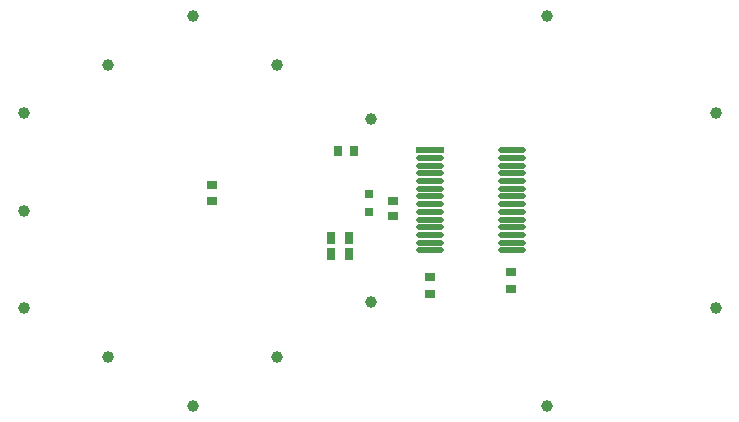
<source format=gbr>
G04*
G04 #@! TF.GenerationSoftware,Altium Limited,Altium Designer,25.8.1 (18)*
G04*
G04 Layer_Color=8421504*
%FSLAX44Y44*%
%MOMM*%
G71*
G04*
G04 #@! TF.SameCoordinates,DC2A109C-38F9-4662-A5C9-921089D2BF11*
G04*
G04*
G04 #@! TF.FilePolarity,Positive*
G04*
G01*
G75*
G04:AMPARAMS|DCode=18|XSize=1mm|YSize=1mm|CornerRadius=0.5mm|HoleSize=0mm|Usage=FLASHONLY|Rotation=90.000|XOffset=0mm|YOffset=0mm|HoleType=Round|Shape=RoundedRectangle|*
%AMROUNDEDRECTD18*
21,1,1.0000,0.0000,0,0,90.0*
21,1,0.0000,1.0000,0,0,90.0*
1,1,1.0000,0.0000,0.0000*
1,1,1.0000,0.0000,0.0000*
1,1,1.0000,0.0000,0.0000*
1,1,1.0000,0.0000,0.0000*
%
%ADD18ROUNDEDRECTD18*%
%ADD19R,0.8000X0.8000*%
G04:AMPARAMS|DCode=20|XSize=1mm|YSize=1mm|CornerRadius=0.5mm|HoleSize=0mm|Usage=FLASHONLY|Rotation=210.000|XOffset=0mm|YOffset=0mm|HoleType=Round|Shape=RoundedRectangle|*
%AMROUNDEDRECTD20*
21,1,1.0000,0.0000,0,0,210.0*
21,1,0.0000,1.0000,0,0,210.0*
1,1,1.0000,0.0000,0.0000*
1,1,1.0000,0.0000,0.0000*
1,1,1.0000,0.0000,0.0000*
1,1,1.0000,0.0000,0.0000*
%
%ADD20ROUNDEDRECTD20*%
G04:AMPARAMS|DCode=21|XSize=1mm|YSize=1mm|CornerRadius=0.5mm|HoleSize=0mm|Usage=FLASHONLY|Rotation=150.000|XOffset=0mm|YOffset=0mm|HoleType=Round|Shape=RoundedRectangle|*
%AMROUNDEDRECTD21*
21,1,1.0000,0.0000,0,0,150.0*
21,1,0.0000,1.0000,0,0,150.0*
1,1,1.0000,0.0000,0.0000*
1,1,1.0000,0.0000,0.0000*
1,1,1.0000,0.0000,0.0000*
1,1,1.0000,0.0000,0.0000*
%
%ADD21ROUNDEDRECTD21*%
%ADD22R,0.6587X0.8121*%
%ADD23R,0.9000X0.6500*%
%ADD24R,0.8000X1.0000*%
G04:AMPARAMS|DCode=25|XSize=2.3528mm|YSize=0.4949mm|CornerRadius=0.2475mm|HoleSize=0mm|Usage=FLASHONLY|Rotation=0.000|XOffset=0mm|YOffset=0mm|HoleType=Round|Shape=RoundedRectangle|*
%AMROUNDEDRECTD25*
21,1,2.3528,0.0000,0,0,0.0*
21,1,1.8579,0.4949,0,0,0.0*
1,1,0.4949,0.9290,0.0000*
1,1,0.4949,-0.9290,0.0000*
1,1,0.4949,-0.9290,0.0000*
1,1,0.4949,0.9290,0.0000*
%
%ADD25ROUNDEDRECTD25*%
%ADD26R,2.3528X0.4949*%
%ADD27R,0.8900X0.6400*%
%ADD28R,0.9500X0.8000*%
D18*
X-1679Y77521D02*
D03*
Y-77521D02*
D03*
X-223901Y123901D02*
D03*
X-80899Y-123901D02*
D03*
X-152400Y-165199D02*
D03*
X147599Y165199D02*
D03*
Y-165199D02*
D03*
X-152400Y165199D02*
D03*
D19*
X-2742Y14138D02*
D03*
Y-862D02*
D03*
D20*
X-295468Y-82601D02*
D03*
X-223901Y-123901D02*
D03*
X-80899Y123901D02*
D03*
X290700Y82601D02*
D03*
D21*
X-295501Y0D02*
D03*
X290700Y-82601D02*
D03*
X-295468Y82601D02*
D03*
D22*
X-28991Y50896D02*
D03*
X-15457D02*
D03*
D23*
X117109Y-65996D02*
D03*
Y-51496D02*
D03*
X48531Y-70152D02*
D03*
Y-55652D02*
D03*
D24*
X-20201Y-36442D02*
D03*
X-35201D02*
D03*
X-34801Y-23043D02*
D03*
X-19801D02*
D03*
D25*
X117849Y51225D02*
D03*
Y44725D02*
D03*
Y38225D02*
D03*
Y31725D02*
D03*
Y25225D02*
D03*
Y18725D02*
D03*
Y12225D02*
D03*
Y5725D02*
D03*
Y-775D02*
D03*
Y-7275D02*
D03*
Y-13775D02*
D03*
Y-20275D02*
D03*
Y-26775D02*
D03*
Y-33275D02*
D03*
X48346D02*
D03*
Y-26775D02*
D03*
Y-20275D02*
D03*
Y-13775D02*
D03*
Y-7275D02*
D03*
Y-775D02*
D03*
Y5725D02*
D03*
Y12225D02*
D03*
Y18725D02*
D03*
Y25225D02*
D03*
Y31725D02*
D03*
Y38225D02*
D03*
Y44725D02*
D03*
D26*
Y51225D02*
D03*
D27*
X-136248Y22280D02*
D03*
Y8280D02*
D03*
D28*
X17551Y8292D02*
D03*
Y-4208D02*
D03*
M02*

</source>
